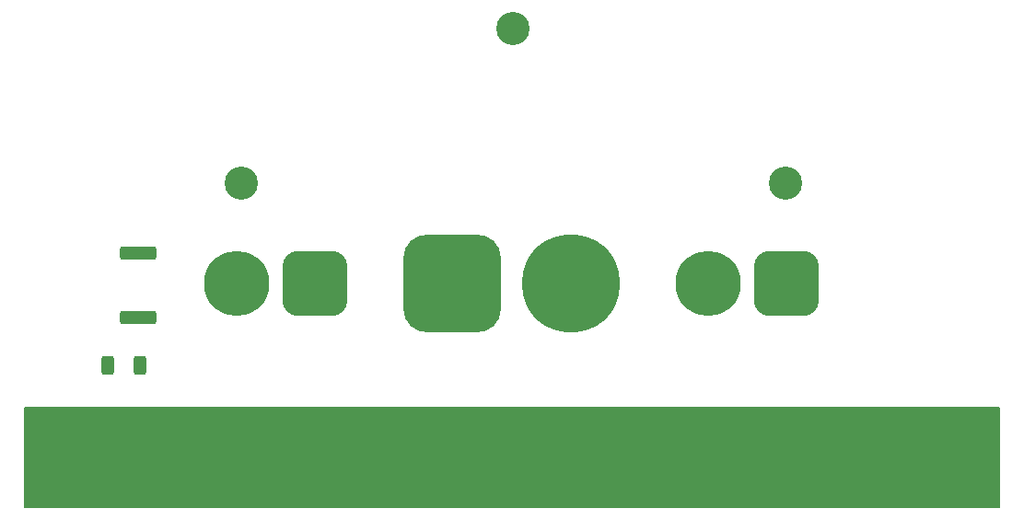
<source format=gbr>
%TF.GenerationSoftware,KiCad,Pcbnew,(6.0.10)*%
%TF.CreationDate,2023-02-27T01:31:51-05:00*%
%TF.ProjectId,vehicle side connector,76656869-636c-4652-9073-69646520636f,rev?*%
%TF.SameCoordinates,Original*%
%TF.FileFunction,Soldermask,Top*%
%TF.FilePolarity,Negative*%
%FSLAX46Y46*%
G04 Gerber Fmt 4.6, Leading zero omitted, Abs format (unit mm)*
G04 Created by KiCad (PCBNEW (6.0.10)) date 2023-02-27 01:31:51*
%MOMM*%
%LPD*%
G01*
G04 APERTURE LIST*
G04 Aperture macros list*
%AMRoundRect*
0 Rectangle with rounded corners*
0 $1 Rounding radius*
0 $2 $3 $4 $5 $6 $7 $8 $9 X,Y pos of 4 corners*
0 Add a 4 corners polygon primitive as box body*
4,1,4,$2,$3,$4,$5,$6,$7,$8,$9,$2,$3,0*
0 Add four circle primitives for the rounded corners*
1,1,$1+$1,$2,$3*
1,1,$1+$1,$4,$5*
1,1,$1+$1,$6,$7*
1,1,$1+$1,$8,$9*
0 Add four rect primitives between the rounded corners*
20,1,$1+$1,$2,$3,$4,$5,0*
20,1,$1+$1,$4,$5,$6,$7,0*
20,1,$1+$1,$6,$7,$8,$9,0*
20,1,$1+$1,$8,$9,$2,$3,0*%
%AMOutline5P*
0 Free polygon, 5 corners , with rotation*
0 The origin of the aperture is its center*
0 number of corners: always 5*
0 $1 to $10 corner X, Y*
0 $11 Rotation angle, in degrees counterclockwise*
0 create outline with 5 corners*
4,1,5,$1,$2,$3,$4,$5,$6,$7,$8,$9,$10,$1,$2,$11*%
%AMOutline6P*
0 Free polygon, 6 corners , with rotation*
0 The origin of the aperture is its center*
0 number of corners: always 6*
0 $1 to $12 corner X, Y*
0 $13 Rotation angle, in degrees counterclockwise*
0 create outline with 6 corners*
4,1,6,$1,$2,$3,$4,$5,$6,$7,$8,$9,$10,$11,$12,$1,$2,$13*%
%AMOutline7P*
0 Free polygon, 7 corners , with rotation*
0 The origin of the aperture is its center*
0 number of corners: always 7*
0 $1 to $14 corner X, Y*
0 $15 Rotation angle, in degrees counterclockwise*
0 create outline with 7 corners*
4,1,7,$1,$2,$3,$4,$5,$6,$7,$8,$9,$10,$11,$12,$13,$14,$1,$2,$15*%
%AMOutline8P*
0 Free polygon, 8 corners , with rotation*
0 The origin of the aperture is its center*
0 number of corners: always 8*
0 $1 to $16 corner X, Y*
0 $17 Rotation angle, in degrees counterclockwise*
0 create outline with 8 corners*
4,1,8,$1,$2,$3,$4,$5,$6,$7,$8,$9,$10,$11,$12,$13,$14,$15,$16,$1,$2,$17*%
G04 Aperture macros list end*
%ADD10C,0.150000*%
%ADD11C,3.050000*%
%ADD12Outline6P,-0.380000X3.350000X0.380000X3.350000X0.380000X-3.198000X0.228000X-3.350000X-0.228000X-3.350000X-0.380000X-3.198000X0.000000*%
%ADD13RoundRect,0.250000X-0.312500X-0.625000X0.312500X-0.625000X0.312500X0.625000X-0.312500X0.625000X0*%
%ADD14RoundRect,0.250000X-1.425000X0.362500X-1.425000X-0.362500X1.425000X-0.362500X1.425000X0.362500X0*%
%ADD15Outline8P,-2.750000X2.612500X-2.612500X2.750000X2.612500X2.750000X2.750000X2.612500X2.750000X-2.612500X2.612500X-2.750000X-2.612500X-2.750000X-2.750000X-2.612500X0.000000*%
%ADD16Outline8P,-1.409700X3.573015X-1.339215X3.643500X1.339215X3.643500X1.409700X3.573015X1.409700X-3.573015X1.339215X-3.643500X-1.339215X-3.643500X-1.409700X-3.573015X0.000000*%
%ADD17Outline8P,-4.365000X2.612500X-4.227500X2.750000X4.227500X2.750000X4.365000X2.612500X4.365000X-2.612500X4.227500X-2.750000X-4.227500X-2.750000X-4.365000X-2.612500X0.000000*%
%ADD18RoundRect,2.250000X2.250000X2.250000X-2.250000X2.250000X-2.250000X-2.250000X2.250000X-2.250000X0*%
%ADD19C,9.000000*%
%ADD20RoundRect,1.500000X1.500000X1.500000X-1.500000X1.500000X-1.500000X-1.500000X1.500000X-1.500000X0*%
%ADD21C,6.000000*%
G04 APERTURE END LIST*
D10*
X195580000Y-109093000D02*
X106045000Y-109093000D01*
X106045000Y-109093000D02*
X106045000Y-118237000D01*
X106045000Y-118237000D02*
X195580000Y-118237000D01*
X195580000Y-118237000D02*
X195580000Y-109093000D01*
G36*
X195580000Y-109093000D02*
G01*
X106045000Y-109093000D01*
X106045000Y-118237000D01*
X195580000Y-118237000D01*
X195580000Y-109093000D01*
G37*
D11*
%TO.C,H1*%
X150910600Y-74251000D03*
%TD*%
%TO.C,H2*%
X175913800Y-88463200D03*
%TD*%
D12*
%TO.C,J1*%
X174752000Y-112447000D03*
X176022000Y-112447000D03*
X177292000Y-112447000D03*
X178562000Y-112447000D03*
X179832000Y-112447000D03*
X181102000Y-112447000D03*
X182372000Y-112447000D03*
X183642000Y-112447000D03*
X184912000Y-112447000D03*
X186182000Y-112447000D03*
X187452000Y-112447000D03*
X188722000Y-112447000D03*
X189992000Y-112447000D03*
X191262000Y-112447000D03*
X192532000Y-112447000D03*
X193802000Y-112447000D03*
%TD*%
D13*
%TO.C,R1*%
X113671500Y-105201000D03*
X116596500Y-105201000D03*
%TD*%
D14*
%TO.C,R2*%
X116440000Y-94907500D03*
X116440000Y-100832500D03*
%TD*%
D12*
%TO.C,J4*%
X108077000Y-112447000D03*
X109347000Y-112447000D03*
X110617000Y-112447000D03*
X111887000Y-112447000D03*
X113157000Y-112447000D03*
X114427000Y-112447000D03*
X115697000Y-112447000D03*
X116967000Y-112447000D03*
X118237000Y-112447000D03*
X119507000Y-112447000D03*
%TD*%
D15*
%TO.C,J2*%
X130790000Y-111852750D03*
D16*
X126225300Y-112740500D03*
D17*
X141159000Y-111852750D03*
X153159000Y-111852750D03*
X165159000Y-111852750D03*
%TD*%
D11*
%TO.C,H3*%
X125901400Y-88453200D03*
%TD*%
D18*
%TO.C,J6*%
X145284666Y-97670000D03*
D19*
X156184666Y-97670000D03*
%TD*%
D20*
%TO.C,J5*%
X132647332Y-97670000D03*
D21*
X125447332Y-97670000D03*
%TD*%
D20*
%TO.C,J7*%
X176022000Y-97670000D03*
D21*
X168822000Y-97670000D03*
%TD*%
M02*

</source>
